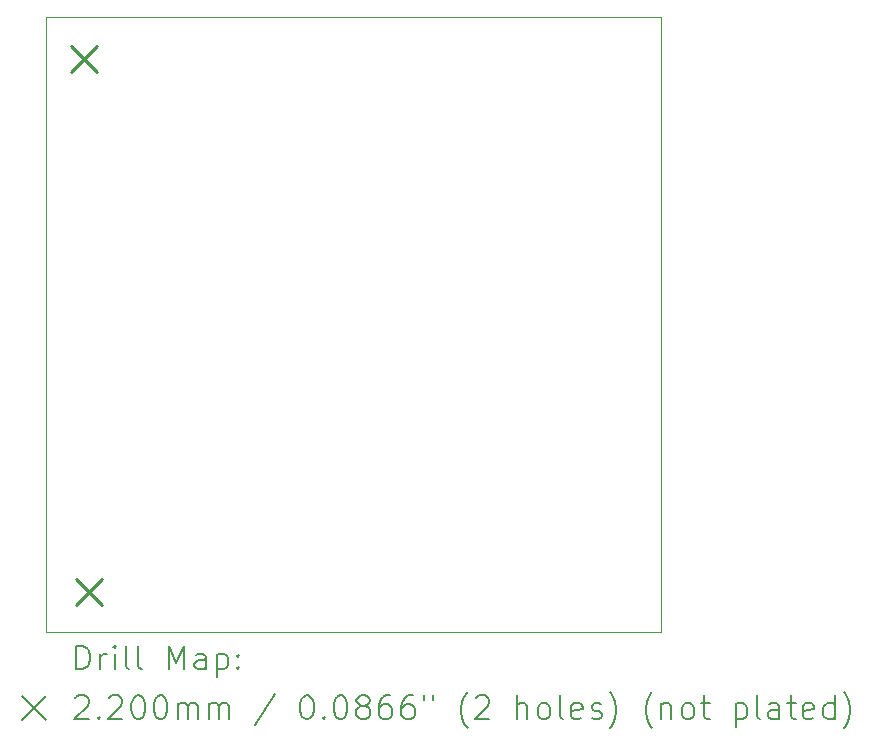
<source format=gbr>
%TF.GenerationSoftware,KiCad,Pcbnew,7.0.5*%
%TF.CreationDate,2024-09-21T21:15:24+03:00*%
%TF.ProjectId,MatterEverything_Board,4d617474-6572-4457-9665-72797468696e,rev?*%
%TF.SameCoordinates,Original*%
%TF.FileFunction,Drillmap*%
%TF.FilePolarity,Positive*%
%FSLAX45Y45*%
G04 Gerber Fmt 4.5, Leading zero omitted, Abs format (unit mm)*
G04 Created by KiCad (PCBNEW 7.0.5) date 2024-09-21 21:15:24*
%MOMM*%
%LPD*%
G01*
G04 APERTURE LIST*
%ADD10C,0.038100*%
%ADD11C,0.200000*%
%ADD12C,0.220000*%
G04 APERTURE END LIST*
D10*
X20574000Y-8128000D02*
X20574000Y-8382000D01*
X15367000Y-8128000D02*
X20574000Y-8128000D01*
X15367000Y-8382000D02*
X15367000Y-8128000D01*
X20574000Y-13335000D02*
X20574000Y-8382000D01*
X15367000Y-13335000D02*
X20574000Y-13335000D01*
X15367000Y-8382000D02*
X15367000Y-13335000D01*
D11*
D12*
X15580000Y-8370000D02*
X15800000Y-8590000D01*
X15800000Y-8370000D02*
X15580000Y-8590000D01*
X15620000Y-12880000D02*
X15840000Y-13100000D01*
X15840000Y-12880000D02*
X15620000Y-13100000D01*
D11*
X15625872Y-13648389D02*
X15625872Y-13448389D01*
X15625872Y-13448389D02*
X15673491Y-13448389D01*
X15673491Y-13448389D02*
X15702062Y-13457913D01*
X15702062Y-13457913D02*
X15721110Y-13476960D01*
X15721110Y-13476960D02*
X15730634Y-13496008D01*
X15730634Y-13496008D02*
X15740157Y-13534103D01*
X15740157Y-13534103D02*
X15740157Y-13562674D01*
X15740157Y-13562674D02*
X15730634Y-13600770D01*
X15730634Y-13600770D02*
X15721110Y-13619817D01*
X15721110Y-13619817D02*
X15702062Y-13638865D01*
X15702062Y-13638865D02*
X15673491Y-13648389D01*
X15673491Y-13648389D02*
X15625872Y-13648389D01*
X15825872Y-13648389D02*
X15825872Y-13515055D01*
X15825872Y-13553151D02*
X15835396Y-13534103D01*
X15835396Y-13534103D02*
X15844919Y-13524579D01*
X15844919Y-13524579D02*
X15863967Y-13515055D01*
X15863967Y-13515055D02*
X15883015Y-13515055D01*
X15949681Y-13648389D02*
X15949681Y-13515055D01*
X15949681Y-13448389D02*
X15940157Y-13457913D01*
X15940157Y-13457913D02*
X15949681Y-13467436D01*
X15949681Y-13467436D02*
X15959205Y-13457913D01*
X15959205Y-13457913D02*
X15949681Y-13448389D01*
X15949681Y-13448389D02*
X15949681Y-13467436D01*
X16073491Y-13648389D02*
X16054443Y-13638865D01*
X16054443Y-13638865D02*
X16044919Y-13619817D01*
X16044919Y-13619817D02*
X16044919Y-13448389D01*
X16178253Y-13648389D02*
X16159205Y-13638865D01*
X16159205Y-13638865D02*
X16149681Y-13619817D01*
X16149681Y-13619817D02*
X16149681Y-13448389D01*
X16406824Y-13648389D02*
X16406824Y-13448389D01*
X16406824Y-13448389D02*
X16473491Y-13591246D01*
X16473491Y-13591246D02*
X16540157Y-13448389D01*
X16540157Y-13448389D02*
X16540157Y-13648389D01*
X16721110Y-13648389D02*
X16721110Y-13543627D01*
X16721110Y-13543627D02*
X16711586Y-13524579D01*
X16711586Y-13524579D02*
X16692538Y-13515055D01*
X16692538Y-13515055D02*
X16654443Y-13515055D01*
X16654443Y-13515055D02*
X16635396Y-13524579D01*
X16721110Y-13638865D02*
X16702062Y-13648389D01*
X16702062Y-13648389D02*
X16654443Y-13648389D01*
X16654443Y-13648389D02*
X16635396Y-13638865D01*
X16635396Y-13638865D02*
X16625872Y-13619817D01*
X16625872Y-13619817D02*
X16625872Y-13600770D01*
X16625872Y-13600770D02*
X16635396Y-13581722D01*
X16635396Y-13581722D02*
X16654443Y-13572198D01*
X16654443Y-13572198D02*
X16702062Y-13572198D01*
X16702062Y-13572198D02*
X16721110Y-13562674D01*
X16816348Y-13515055D02*
X16816348Y-13715055D01*
X16816348Y-13524579D02*
X16835396Y-13515055D01*
X16835396Y-13515055D02*
X16873491Y-13515055D01*
X16873491Y-13515055D02*
X16892539Y-13524579D01*
X16892539Y-13524579D02*
X16902062Y-13534103D01*
X16902062Y-13534103D02*
X16911586Y-13553151D01*
X16911586Y-13553151D02*
X16911586Y-13610293D01*
X16911586Y-13610293D02*
X16902062Y-13629341D01*
X16902062Y-13629341D02*
X16892539Y-13638865D01*
X16892539Y-13638865D02*
X16873491Y-13648389D01*
X16873491Y-13648389D02*
X16835396Y-13648389D01*
X16835396Y-13648389D02*
X16816348Y-13638865D01*
X16997300Y-13629341D02*
X17006824Y-13638865D01*
X17006824Y-13638865D02*
X16997300Y-13648389D01*
X16997300Y-13648389D02*
X16987777Y-13638865D01*
X16987777Y-13638865D02*
X16997300Y-13629341D01*
X16997300Y-13629341D02*
X16997300Y-13648389D01*
X16997300Y-13524579D02*
X17006824Y-13534103D01*
X17006824Y-13534103D02*
X16997300Y-13543627D01*
X16997300Y-13543627D02*
X16987777Y-13534103D01*
X16987777Y-13534103D02*
X16997300Y-13524579D01*
X16997300Y-13524579D02*
X16997300Y-13543627D01*
X15165095Y-13876905D02*
X15365095Y-14076905D01*
X15365095Y-13876905D02*
X15165095Y-14076905D01*
X15616348Y-13887436D02*
X15625872Y-13877913D01*
X15625872Y-13877913D02*
X15644919Y-13868389D01*
X15644919Y-13868389D02*
X15692538Y-13868389D01*
X15692538Y-13868389D02*
X15711586Y-13877913D01*
X15711586Y-13877913D02*
X15721110Y-13887436D01*
X15721110Y-13887436D02*
X15730634Y-13906484D01*
X15730634Y-13906484D02*
X15730634Y-13925532D01*
X15730634Y-13925532D02*
X15721110Y-13954103D01*
X15721110Y-13954103D02*
X15606824Y-14068389D01*
X15606824Y-14068389D02*
X15730634Y-14068389D01*
X15816348Y-14049341D02*
X15825872Y-14058865D01*
X15825872Y-14058865D02*
X15816348Y-14068389D01*
X15816348Y-14068389D02*
X15806824Y-14058865D01*
X15806824Y-14058865D02*
X15816348Y-14049341D01*
X15816348Y-14049341D02*
X15816348Y-14068389D01*
X15902062Y-13887436D02*
X15911586Y-13877913D01*
X15911586Y-13877913D02*
X15930634Y-13868389D01*
X15930634Y-13868389D02*
X15978253Y-13868389D01*
X15978253Y-13868389D02*
X15997300Y-13877913D01*
X15997300Y-13877913D02*
X16006824Y-13887436D01*
X16006824Y-13887436D02*
X16016348Y-13906484D01*
X16016348Y-13906484D02*
X16016348Y-13925532D01*
X16016348Y-13925532D02*
X16006824Y-13954103D01*
X16006824Y-13954103D02*
X15892538Y-14068389D01*
X15892538Y-14068389D02*
X16016348Y-14068389D01*
X16140157Y-13868389D02*
X16159205Y-13868389D01*
X16159205Y-13868389D02*
X16178253Y-13877913D01*
X16178253Y-13877913D02*
X16187777Y-13887436D01*
X16187777Y-13887436D02*
X16197300Y-13906484D01*
X16197300Y-13906484D02*
X16206824Y-13944579D01*
X16206824Y-13944579D02*
X16206824Y-13992198D01*
X16206824Y-13992198D02*
X16197300Y-14030293D01*
X16197300Y-14030293D02*
X16187777Y-14049341D01*
X16187777Y-14049341D02*
X16178253Y-14058865D01*
X16178253Y-14058865D02*
X16159205Y-14068389D01*
X16159205Y-14068389D02*
X16140157Y-14068389D01*
X16140157Y-14068389D02*
X16121110Y-14058865D01*
X16121110Y-14058865D02*
X16111586Y-14049341D01*
X16111586Y-14049341D02*
X16102062Y-14030293D01*
X16102062Y-14030293D02*
X16092538Y-13992198D01*
X16092538Y-13992198D02*
X16092538Y-13944579D01*
X16092538Y-13944579D02*
X16102062Y-13906484D01*
X16102062Y-13906484D02*
X16111586Y-13887436D01*
X16111586Y-13887436D02*
X16121110Y-13877913D01*
X16121110Y-13877913D02*
X16140157Y-13868389D01*
X16330634Y-13868389D02*
X16349681Y-13868389D01*
X16349681Y-13868389D02*
X16368729Y-13877913D01*
X16368729Y-13877913D02*
X16378253Y-13887436D01*
X16378253Y-13887436D02*
X16387777Y-13906484D01*
X16387777Y-13906484D02*
X16397300Y-13944579D01*
X16397300Y-13944579D02*
X16397300Y-13992198D01*
X16397300Y-13992198D02*
X16387777Y-14030293D01*
X16387777Y-14030293D02*
X16378253Y-14049341D01*
X16378253Y-14049341D02*
X16368729Y-14058865D01*
X16368729Y-14058865D02*
X16349681Y-14068389D01*
X16349681Y-14068389D02*
X16330634Y-14068389D01*
X16330634Y-14068389D02*
X16311586Y-14058865D01*
X16311586Y-14058865D02*
X16302062Y-14049341D01*
X16302062Y-14049341D02*
X16292538Y-14030293D01*
X16292538Y-14030293D02*
X16283015Y-13992198D01*
X16283015Y-13992198D02*
X16283015Y-13944579D01*
X16283015Y-13944579D02*
X16292538Y-13906484D01*
X16292538Y-13906484D02*
X16302062Y-13887436D01*
X16302062Y-13887436D02*
X16311586Y-13877913D01*
X16311586Y-13877913D02*
X16330634Y-13868389D01*
X16483015Y-14068389D02*
X16483015Y-13935055D01*
X16483015Y-13954103D02*
X16492538Y-13944579D01*
X16492538Y-13944579D02*
X16511586Y-13935055D01*
X16511586Y-13935055D02*
X16540158Y-13935055D01*
X16540158Y-13935055D02*
X16559205Y-13944579D01*
X16559205Y-13944579D02*
X16568729Y-13963627D01*
X16568729Y-13963627D02*
X16568729Y-14068389D01*
X16568729Y-13963627D02*
X16578253Y-13944579D01*
X16578253Y-13944579D02*
X16597300Y-13935055D01*
X16597300Y-13935055D02*
X16625872Y-13935055D01*
X16625872Y-13935055D02*
X16644919Y-13944579D01*
X16644919Y-13944579D02*
X16654443Y-13963627D01*
X16654443Y-13963627D02*
X16654443Y-14068389D01*
X16749681Y-14068389D02*
X16749681Y-13935055D01*
X16749681Y-13954103D02*
X16759205Y-13944579D01*
X16759205Y-13944579D02*
X16778253Y-13935055D01*
X16778253Y-13935055D02*
X16806824Y-13935055D01*
X16806824Y-13935055D02*
X16825872Y-13944579D01*
X16825872Y-13944579D02*
X16835396Y-13963627D01*
X16835396Y-13963627D02*
X16835396Y-14068389D01*
X16835396Y-13963627D02*
X16844920Y-13944579D01*
X16844920Y-13944579D02*
X16863967Y-13935055D01*
X16863967Y-13935055D02*
X16892539Y-13935055D01*
X16892539Y-13935055D02*
X16911586Y-13944579D01*
X16911586Y-13944579D02*
X16921110Y-13963627D01*
X16921110Y-13963627D02*
X16921110Y-14068389D01*
X17311586Y-13858865D02*
X17140158Y-14116008D01*
X17568729Y-13868389D02*
X17587777Y-13868389D01*
X17587777Y-13868389D02*
X17606824Y-13877913D01*
X17606824Y-13877913D02*
X17616348Y-13887436D01*
X17616348Y-13887436D02*
X17625872Y-13906484D01*
X17625872Y-13906484D02*
X17635396Y-13944579D01*
X17635396Y-13944579D02*
X17635396Y-13992198D01*
X17635396Y-13992198D02*
X17625872Y-14030293D01*
X17625872Y-14030293D02*
X17616348Y-14049341D01*
X17616348Y-14049341D02*
X17606824Y-14058865D01*
X17606824Y-14058865D02*
X17587777Y-14068389D01*
X17587777Y-14068389D02*
X17568729Y-14068389D01*
X17568729Y-14068389D02*
X17549682Y-14058865D01*
X17549682Y-14058865D02*
X17540158Y-14049341D01*
X17540158Y-14049341D02*
X17530634Y-14030293D01*
X17530634Y-14030293D02*
X17521110Y-13992198D01*
X17521110Y-13992198D02*
X17521110Y-13944579D01*
X17521110Y-13944579D02*
X17530634Y-13906484D01*
X17530634Y-13906484D02*
X17540158Y-13887436D01*
X17540158Y-13887436D02*
X17549682Y-13877913D01*
X17549682Y-13877913D02*
X17568729Y-13868389D01*
X17721110Y-14049341D02*
X17730634Y-14058865D01*
X17730634Y-14058865D02*
X17721110Y-14068389D01*
X17721110Y-14068389D02*
X17711586Y-14058865D01*
X17711586Y-14058865D02*
X17721110Y-14049341D01*
X17721110Y-14049341D02*
X17721110Y-14068389D01*
X17854443Y-13868389D02*
X17873491Y-13868389D01*
X17873491Y-13868389D02*
X17892539Y-13877913D01*
X17892539Y-13877913D02*
X17902063Y-13887436D01*
X17902063Y-13887436D02*
X17911586Y-13906484D01*
X17911586Y-13906484D02*
X17921110Y-13944579D01*
X17921110Y-13944579D02*
X17921110Y-13992198D01*
X17921110Y-13992198D02*
X17911586Y-14030293D01*
X17911586Y-14030293D02*
X17902063Y-14049341D01*
X17902063Y-14049341D02*
X17892539Y-14058865D01*
X17892539Y-14058865D02*
X17873491Y-14068389D01*
X17873491Y-14068389D02*
X17854443Y-14068389D01*
X17854443Y-14068389D02*
X17835396Y-14058865D01*
X17835396Y-14058865D02*
X17825872Y-14049341D01*
X17825872Y-14049341D02*
X17816348Y-14030293D01*
X17816348Y-14030293D02*
X17806824Y-13992198D01*
X17806824Y-13992198D02*
X17806824Y-13944579D01*
X17806824Y-13944579D02*
X17816348Y-13906484D01*
X17816348Y-13906484D02*
X17825872Y-13887436D01*
X17825872Y-13887436D02*
X17835396Y-13877913D01*
X17835396Y-13877913D02*
X17854443Y-13868389D01*
X18035396Y-13954103D02*
X18016348Y-13944579D01*
X18016348Y-13944579D02*
X18006824Y-13935055D01*
X18006824Y-13935055D02*
X17997301Y-13916008D01*
X17997301Y-13916008D02*
X17997301Y-13906484D01*
X17997301Y-13906484D02*
X18006824Y-13887436D01*
X18006824Y-13887436D02*
X18016348Y-13877913D01*
X18016348Y-13877913D02*
X18035396Y-13868389D01*
X18035396Y-13868389D02*
X18073491Y-13868389D01*
X18073491Y-13868389D02*
X18092539Y-13877913D01*
X18092539Y-13877913D02*
X18102063Y-13887436D01*
X18102063Y-13887436D02*
X18111586Y-13906484D01*
X18111586Y-13906484D02*
X18111586Y-13916008D01*
X18111586Y-13916008D02*
X18102063Y-13935055D01*
X18102063Y-13935055D02*
X18092539Y-13944579D01*
X18092539Y-13944579D02*
X18073491Y-13954103D01*
X18073491Y-13954103D02*
X18035396Y-13954103D01*
X18035396Y-13954103D02*
X18016348Y-13963627D01*
X18016348Y-13963627D02*
X18006824Y-13973151D01*
X18006824Y-13973151D02*
X17997301Y-13992198D01*
X17997301Y-13992198D02*
X17997301Y-14030293D01*
X17997301Y-14030293D02*
X18006824Y-14049341D01*
X18006824Y-14049341D02*
X18016348Y-14058865D01*
X18016348Y-14058865D02*
X18035396Y-14068389D01*
X18035396Y-14068389D02*
X18073491Y-14068389D01*
X18073491Y-14068389D02*
X18092539Y-14058865D01*
X18092539Y-14058865D02*
X18102063Y-14049341D01*
X18102063Y-14049341D02*
X18111586Y-14030293D01*
X18111586Y-14030293D02*
X18111586Y-13992198D01*
X18111586Y-13992198D02*
X18102063Y-13973151D01*
X18102063Y-13973151D02*
X18092539Y-13963627D01*
X18092539Y-13963627D02*
X18073491Y-13954103D01*
X18283015Y-13868389D02*
X18244920Y-13868389D01*
X18244920Y-13868389D02*
X18225872Y-13877913D01*
X18225872Y-13877913D02*
X18216348Y-13887436D01*
X18216348Y-13887436D02*
X18197301Y-13916008D01*
X18197301Y-13916008D02*
X18187777Y-13954103D01*
X18187777Y-13954103D02*
X18187777Y-14030293D01*
X18187777Y-14030293D02*
X18197301Y-14049341D01*
X18197301Y-14049341D02*
X18206824Y-14058865D01*
X18206824Y-14058865D02*
X18225872Y-14068389D01*
X18225872Y-14068389D02*
X18263967Y-14068389D01*
X18263967Y-14068389D02*
X18283015Y-14058865D01*
X18283015Y-14058865D02*
X18292539Y-14049341D01*
X18292539Y-14049341D02*
X18302063Y-14030293D01*
X18302063Y-14030293D02*
X18302063Y-13982674D01*
X18302063Y-13982674D02*
X18292539Y-13963627D01*
X18292539Y-13963627D02*
X18283015Y-13954103D01*
X18283015Y-13954103D02*
X18263967Y-13944579D01*
X18263967Y-13944579D02*
X18225872Y-13944579D01*
X18225872Y-13944579D02*
X18206824Y-13954103D01*
X18206824Y-13954103D02*
X18197301Y-13963627D01*
X18197301Y-13963627D02*
X18187777Y-13982674D01*
X18473491Y-13868389D02*
X18435396Y-13868389D01*
X18435396Y-13868389D02*
X18416348Y-13877913D01*
X18416348Y-13877913D02*
X18406824Y-13887436D01*
X18406824Y-13887436D02*
X18387777Y-13916008D01*
X18387777Y-13916008D02*
X18378253Y-13954103D01*
X18378253Y-13954103D02*
X18378253Y-14030293D01*
X18378253Y-14030293D02*
X18387777Y-14049341D01*
X18387777Y-14049341D02*
X18397301Y-14058865D01*
X18397301Y-14058865D02*
X18416348Y-14068389D01*
X18416348Y-14068389D02*
X18454444Y-14068389D01*
X18454444Y-14068389D02*
X18473491Y-14058865D01*
X18473491Y-14058865D02*
X18483015Y-14049341D01*
X18483015Y-14049341D02*
X18492539Y-14030293D01*
X18492539Y-14030293D02*
X18492539Y-13982674D01*
X18492539Y-13982674D02*
X18483015Y-13963627D01*
X18483015Y-13963627D02*
X18473491Y-13954103D01*
X18473491Y-13954103D02*
X18454444Y-13944579D01*
X18454444Y-13944579D02*
X18416348Y-13944579D01*
X18416348Y-13944579D02*
X18397301Y-13954103D01*
X18397301Y-13954103D02*
X18387777Y-13963627D01*
X18387777Y-13963627D02*
X18378253Y-13982674D01*
X18568729Y-13868389D02*
X18568729Y-13906484D01*
X18644920Y-13868389D02*
X18644920Y-13906484D01*
X18940158Y-14144579D02*
X18930634Y-14135055D01*
X18930634Y-14135055D02*
X18911586Y-14106484D01*
X18911586Y-14106484D02*
X18902063Y-14087436D01*
X18902063Y-14087436D02*
X18892539Y-14058865D01*
X18892539Y-14058865D02*
X18883015Y-14011246D01*
X18883015Y-14011246D02*
X18883015Y-13973151D01*
X18883015Y-13973151D02*
X18892539Y-13925532D01*
X18892539Y-13925532D02*
X18902063Y-13896960D01*
X18902063Y-13896960D02*
X18911586Y-13877913D01*
X18911586Y-13877913D02*
X18930634Y-13849341D01*
X18930634Y-13849341D02*
X18940158Y-13839817D01*
X19006825Y-13887436D02*
X19016348Y-13877913D01*
X19016348Y-13877913D02*
X19035396Y-13868389D01*
X19035396Y-13868389D02*
X19083015Y-13868389D01*
X19083015Y-13868389D02*
X19102063Y-13877913D01*
X19102063Y-13877913D02*
X19111586Y-13887436D01*
X19111586Y-13887436D02*
X19121110Y-13906484D01*
X19121110Y-13906484D02*
X19121110Y-13925532D01*
X19121110Y-13925532D02*
X19111586Y-13954103D01*
X19111586Y-13954103D02*
X18997301Y-14068389D01*
X18997301Y-14068389D02*
X19121110Y-14068389D01*
X19359206Y-14068389D02*
X19359206Y-13868389D01*
X19444920Y-14068389D02*
X19444920Y-13963627D01*
X19444920Y-13963627D02*
X19435396Y-13944579D01*
X19435396Y-13944579D02*
X19416348Y-13935055D01*
X19416348Y-13935055D02*
X19387777Y-13935055D01*
X19387777Y-13935055D02*
X19368729Y-13944579D01*
X19368729Y-13944579D02*
X19359206Y-13954103D01*
X19568729Y-14068389D02*
X19549682Y-14058865D01*
X19549682Y-14058865D02*
X19540158Y-14049341D01*
X19540158Y-14049341D02*
X19530634Y-14030293D01*
X19530634Y-14030293D02*
X19530634Y-13973151D01*
X19530634Y-13973151D02*
X19540158Y-13954103D01*
X19540158Y-13954103D02*
X19549682Y-13944579D01*
X19549682Y-13944579D02*
X19568729Y-13935055D01*
X19568729Y-13935055D02*
X19597301Y-13935055D01*
X19597301Y-13935055D02*
X19616348Y-13944579D01*
X19616348Y-13944579D02*
X19625872Y-13954103D01*
X19625872Y-13954103D02*
X19635396Y-13973151D01*
X19635396Y-13973151D02*
X19635396Y-14030293D01*
X19635396Y-14030293D02*
X19625872Y-14049341D01*
X19625872Y-14049341D02*
X19616348Y-14058865D01*
X19616348Y-14058865D02*
X19597301Y-14068389D01*
X19597301Y-14068389D02*
X19568729Y-14068389D01*
X19749682Y-14068389D02*
X19730634Y-14058865D01*
X19730634Y-14058865D02*
X19721110Y-14039817D01*
X19721110Y-14039817D02*
X19721110Y-13868389D01*
X19902063Y-14058865D02*
X19883015Y-14068389D01*
X19883015Y-14068389D02*
X19844920Y-14068389D01*
X19844920Y-14068389D02*
X19825872Y-14058865D01*
X19825872Y-14058865D02*
X19816348Y-14039817D01*
X19816348Y-14039817D02*
X19816348Y-13963627D01*
X19816348Y-13963627D02*
X19825872Y-13944579D01*
X19825872Y-13944579D02*
X19844920Y-13935055D01*
X19844920Y-13935055D02*
X19883015Y-13935055D01*
X19883015Y-13935055D02*
X19902063Y-13944579D01*
X19902063Y-13944579D02*
X19911587Y-13963627D01*
X19911587Y-13963627D02*
X19911587Y-13982674D01*
X19911587Y-13982674D02*
X19816348Y-14001722D01*
X19987777Y-14058865D02*
X20006825Y-14068389D01*
X20006825Y-14068389D02*
X20044920Y-14068389D01*
X20044920Y-14068389D02*
X20063968Y-14058865D01*
X20063968Y-14058865D02*
X20073491Y-14039817D01*
X20073491Y-14039817D02*
X20073491Y-14030293D01*
X20073491Y-14030293D02*
X20063968Y-14011246D01*
X20063968Y-14011246D02*
X20044920Y-14001722D01*
X20044920Y-14001722D02*
X20016348Y-14001722D01*
X20016348Y-14001722D02*
X19997301Y-13992198D01*
X19997301Y-13992198D02*
X19987777Y-13973151D01*
X19987777Y-13973151D02*
X19987777Y-13963627D01*
X19987777Y-13963627D02*
X19997301Y-13944579D01*
X19997301Y-13944579D02*
X20016348Y-13935055D01*
X20016348Y-13935055D02*
X20044920Y-13935055D01*
X20044920Y-13935055D02*
X20063968Y-13944579D01*
X20140158Y-14144579D02*
X20149682Y-14135055D01*
X20149682Y-14135055D02*
X20168729Y-14106484D01*
X20168729Y-14106484D02*
X20178253Y-14087436D01*
X20178253Y-14087436D02*
X20187777Y-14058865D01*
X20187777Y-14058865D02*
X20197301Y-14011246D01*
X20197301Y-14011246D02*
X20197301Y-13973151D01*
X20197301Y-13973151D02*
X20187777Y-13925532D01*
X20187777Y-13925532D02*
X20178253Y-13896960D01*
X20178253Y-13896960D02*
X20168729Y-13877913D01*
X20168729Y-13877913D02*
X20149682Y-13849341D01*
X20149682Y-13849341D02*
X20140158Y-13839817D01*
X20502063Y-14144579D02*
X20492539Y-14135055D01*
X20492539Y-14135055D02*
X20473491Y-14106484D01*
X20473491Y-14106484D02*
X20463968Y-14087436D01*
X20463968Y-14087436D02*
X20454444Y-14058865D01*
X20454444Y-14058865D02*
X20444920Y-14011246D01*
X20444920Y-14011246D02*
X20444920Y-13973151D01*
X20444920Y-13973151D02*
X20454444Y-13925532D01*
X20454444Y-13925532D02*
X20463968Y-13896960D01*
X20463968Y-13896960D02*
X20473491Y-13877913D01*
X20473491Y-13877913D02*
X20492539Y-13849341D01*
X20492539Y-13849341D02*
X20502063Y-13839817D01*
X20578253Y-13935055D02*
X20578253Y-14068389D01*
X20578253Y-13954103D02*
X20587777Y-13944579D01*
X20587777Y-13944579D02*
X20606825Y-13935055D01*
X20606825Y-13935055D02*
X20635396Y-13935055D01*
X20635396Y-13935055D02*
X20654444Y-13944579D01*
X20654444Y-13944579D02*
X20663968Y-13963627D01*
X20663968Y-13963627D02*
X20663968Y-14068389D01*
X20787777Y-14068389D02*
X20768729Y-14058865D01*
X20768729Y-14058865D02*
X20759206Y-14049341D01*
X20759206Y-14049341D02*
X20749682Y-14030293D01*
X20749682Y-14030293D02*
X20749682Y-13973151D01*
X20749682Y-13973151D02*
X20759206Y-13954103D01*
X20759206Y-13954103D02*
X20768729Y-13944579D01*
X20768729Y-13944579D02*
X20787777Y-13935055D01*
X20787777Y-13935055D02*
X20816349Y-13935055D01*
X20816349Y-13935055D02*
X20835396Y-13944579D01*
X20835396Y-13944579D02*
X20844920Y-13954103D01*
X20844920Y-13954103D02*
X20854444Y-13973151D01*
X20854444Y-13973151D02*
X20854444Y-14030293D01*
X20854444Y-14030293D02*
X20844920Y-14049341D01*
X20844920Y-14049341D02*
X20835396Y-14058865D01*
X20835396Y-14058865D02*
X20816349Y-14068389D01*
X20816349Y-14068389D02*
X20787777Y-14068389D01*
X20911587Y-13935055D02*
X20987777Y-13935055D01*
X20940158Y-13868389D02*
X20940158Y-14039817D01*
X20940158Y-14039817D02*
X20949682Y-14058865D01*
X20949682Y-14058865D02*
X20968729Y-14068389D01*
X20968729Y-14068389D02*
X20987777Y-14068389D01*
X21206825Y-13935055D02*
X21206825Y-14135055D01*
X21206825Y-13944579D02*
X21225872Y-13935055D01*
X21225872Y-13935055D02*
X21263968Y-13935055D01*
X21263968Y-13935055D02*
X21283015Y-13944579D01*
X21283015Y-13944579D02*
X21292539Y-13954103D01*
X21292539Y-13954103D02*
X21302063Y-13973151D01*
X21302063Y-13973151D02*
X21302063Y-14030293D01*
X21302063Y-14030293D02*
X21292539Y-14049341D01*
X21292539Y-14049341D02*
X21283015Y-14058865D01*
X21283015Y-14058865D02*
X21263968Y-14068389D01*
X21263968Y-14068389D02*
X21225872Y-14068389D01*
X21225872Y-14068389D02*
X21206825Y-14058865D01*
X21416349Y-14068389D02*
X21397301Y-14058865D01*
X21397301Y-14058865D02*
X21387777Y-14039817D01*
X21387777Y-14039817D02*
X21387777Y-13868389D01*
X21578253Y-14068389D02*
X21578253Y-13963627D01*
X21578253Y-13963627D02*
X21568730Y-13944579D01*
X21568730Y-13944579D02*
X21549682Y-13935055D01*
X21549682Y-13935055D02*
X21511587Y-13935055D01*
X21511587Y-13935055D02*
X21492539Y-13944579D01*
X21578253Y-14058865D02*
X21559206Y-14068389D01*
X21559206Y-14068389D02*
X21511587Y-14068389D01*
X21511587Y-14068389D02*
X21492539Y-14058865D01*
X21492539Y-14058865D02*
X21483015Y-14039817D01*
X21483015Y-14039817D02*
X21483015Y-14020770D01*
X21483015Y-14020770D02*
X21492539Y-14001722D01*
X21492539Y-14001722D02*
X21511587Y-13992198D01*
X21511587Y-13992198D02*
X21559206Y-13992198D01*
X21559206Y-13992198D02*
X21578253Y-13982674D01*
X21644920Y-13935055D02*
X21721110Y-13935055D01*
X21673491Y-13868389D02*
X21673491Y-14039817D01*
X21673491Y-14039817D02*
X21683015Y-14058865D01*
X21683015Y-14058865D02*
X21702063Y-14068389D01*
X21702063Y-14068389D02*
X21721110Y-14068389D01*
X21863968Y-14058865D02*
X21844920Y-14068389D01*
X21844920Y-14068389D02*
X21806825Y-14068389D01*
X21806825Y-14068389D02*
X21787777Y-14058865D01*
X21787777Y-14058865D02*
X21778253Y-14039817D01*
X21778253Y-14039817D02*
X21778253Y-13963627D01*
X21778253Y-13963627D02*
X21787777Y-13944579D01*
X21787777Y-13944579D02*
X21806825Y-13935055D01*
X21806825Y-13935055D02*
X21844920Y-13935055D01*
X21844920Y-13935055D02*
X21863968Y-13944579D01*
X21863968Y-13944579D02*
X21873491Y-13963627D01*
X21873491Y-13963627D02*
X21873491Y-13982674D01*
X21873491Y-13982674D02*
X21778253Y-14001722D01*
X22044920Y-14068389D02*
X22044920Y-13868389D01*
X22044920Y-14058865D02*
X22025872Y-14068389D01*
X22025872Y-14068389D02*
X21987777Y-14068389D01*
X21987777Y-14068389D02*
X21968730Y-14058865D01*
X21968730Y-14058865D02*
X21959206Y-14049341D01*
X21959206Y-14049341D02*
X21949682Y-14030293D01*
X21949682Y-14030293D02*
X21949682Y-13973151D01*
X21949682Y-13973151D02*
X21959206Y-13954103D01*
X21959206Y-13954103D02*
X21968730Y-13944579D01*
X21968730Y-13944579D02*
X21987777Y-13935055D01*
X21987777Y-13935055D02*
X22025872Y-13935055D01*
X22025872Y-13935055D02*
X22044920Y-13944579D01*
X22121111Y-14144579D02*
X22130634Y-14135055D01*
X22130634Y-14135055D02*
X22149682Y-14106484D01*
X22149682Y-14106484D02*
X22159206Y-14087436D01*
X22159206Y-14087436D02*
X22168730Y-14058865D01*
X22168730Y-14058865D02*
X22178253Y-14011246D01*
X22178253Y-14011246D02*
X22178253Y-13973151D01*
X22178253Y-13973151D02*
X22168730Y-13925532D01*
X22168730Y-13925532D02*
X22159206Y-13896960D01*
X22159206Y-13896960D02*
X22149682Y-13877913D01*
X22149682Y-13877913D02*
X22130634Y-13849341D01*
X22130634Y-13849341D02*
X22121111Y-13839817D01*
M02*

</source>
